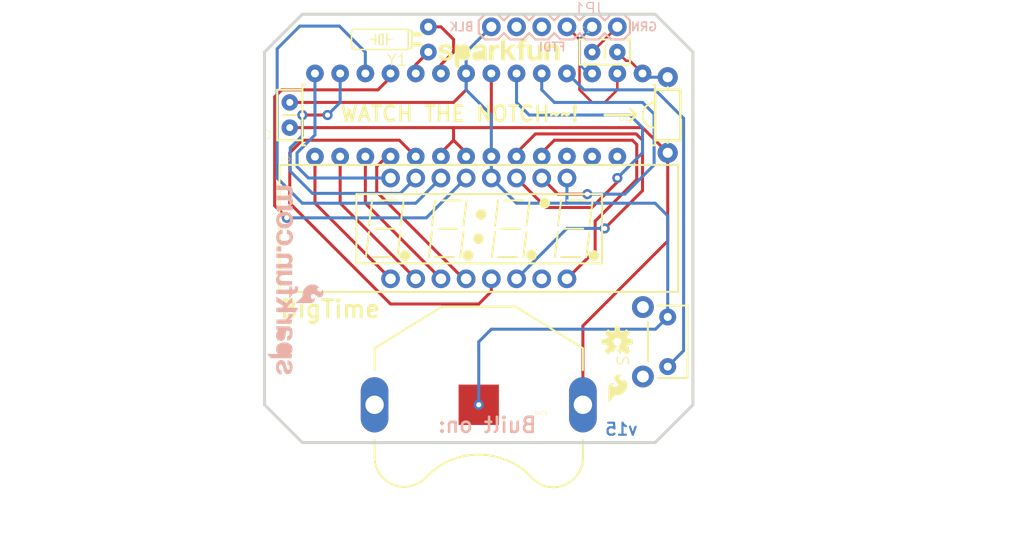
<source format=kicad_pcb>
(kicad_pcb (version 20211014) (generator pcbnew)
  (layers (0 "F.Cu" signal) (1 "In1.Cu" signal) (2 "In2.Cu" signal) (31 "B.Cu" signal) (34 "B.Paste" user) (35 "F.Paste" user) (36 "B.SilkS" user "B.Silkscreen") (37 "F.SilkS" user "F.Silkscreen") (38 "B.Mask" user) (39 "F.Mask" user) (44 "Edge.Cuts" user))
  (net 0 "")
  (net 1 "GND")
  (net 2 "RST")
  (net 3 "VCC")
  (net 4 "AMPM")
  (net 5 "DIG1")
  (net 6 "DIG2")
  (net 7 "DIG3")
  (net 8 "DIG4")
  (net 9 "COL")
  (net 10 "A")
  (net 11 "B")
  (net 12 "C")
  (net 13 "D")
  (net 14 "E")
  (net 15 "F")
  (net 16 "G")
  (net 17 "DP")
  (net 18 "N$3")
  (net 19 "TXO")
  (net 20 "RXI")
  (net 21 "BTN")
  (net 22 "N$1")
  (net 23 "N$2")
  (footprint "boardEagle:SFE-LOGO-FLAME" (layer "F.Cu") (at 161.5821 122.5296)
    (fp_text reference "U$1" hide)
    (fp_text value "LOGO-SFESK" hide)
  )
  (footprint "boardEagle:DIL28-EZ" (layer "F.Cu") (at 148.5011 93.5736 180)
    (fp_text reference "U1" (at -15.24 0 180) (layer "F.SilkS") (effects (font (size 0.54864 0.54864) (thickness 0.06096)) (justify right top)))
    (fp_text value "ATMEGA328P_PDIP_EZ")
    (pad "1" thru_hole circle (at -16.51 4.191 270) (size 1.778 1.778) (drill 0.8) (layers *.Cu) (net 2 "RST"))
    (pad "2" thru_hole circle (at -13.97 4.191 270) (size 1.778 1.778) (drill 0.8) (layers *.Cu) (net 20 "RXI"))
    (pad "3" thru_hole circle (at -11.43 4.191 270) (size 1.778 1.778) (drill 0.8) (layers *.Cu) (net 19 "TXO"))
    (pad "4" thru_hole circle (at -8.89 4.191 270) (size 1.778 1.778) (drill 0.8) (layers *.Cu) (net 21 "BTN"))
    (pad "5" thru_hole circle (at -6.35 4.191 270) (size 1.778 1.778) (drill 0.8) (layers *.Cu) (net 4 "AMPM"))
    (pad "6" thru_hole circle (at -3.81 4.191 270) (size 1.778 1.778) (drill 0.8) (layers *.Cu) (net 15 "F"))
    (pad "7" thru_hole circle (at -1.27 4.191 270) (size 1.778 1.778) (drill 0.8) (layers *.Cu) (net 3 "VCC"))
    (pad "8" thru_hole circle (at 1.27 4.191 270) (size 1.778 1.778) (drill 0.8) (layers *.Cu) (net 1 "GND"))
    (pad "9" thru_hole circle (at 3.81 4.191 270) (size 1.778 1.778) (drill 0.8) (layers *.Cu) (net 23 "N$2"))
    (pad "10" thru_hole circle (at 6.35 4.191 270) (size 1.778 1.778) (drill 0.8) (layers *.Cu) (net 22 "N$1"))
    (pad "11" thru_hole circle (at 8.89 4.191 270) (size 1.778 1.778) (drill 0.8) (layers *.Cu) (net 12 "C"))
    (pad "12" thru_hole circle (at 11.43 4.191 270) (size 1.778 1.778) (drill 0.8) (layers *.Cu) (net 10 "A"))
    (pad "13" thru_hole circle (at 13.97 4.191 270) (size 1.778 1.778) (drill 0.8) (layers *.Cu) (net 16 "G"))
    (pad "14" thru_hole circle (at 16.51 4.191 270) (size 1.778 1.778) (drill 0.8) (layers *.Cu) (net 11 "B"))
    (pad "15" thru_hole circle (at 16.51 -4.191 270) (size 1.778 1.778) (drill 0.8) (layers *.Cu) (net 5 "DIG1"))
    (pad "16" thru_hole circle (at 13.97 -4.191 270) (size 1.778 1.778) (drill 0.8) (layers *.Cu) (net 6 "DIG2"))
    (pad "17" thru_hole circle (at 11.43 -4.191 270) (size 1.778 1.778) (drill 0.8) (layers *.Cu) (net 13 "D"))
    (pad "18" thru_hole circle (at 8.89 -4.191 270) (size 1.778 1.778) (drill 0.8) (layers *.Cu) (net 9 "COL"))
    (pad "19" thru_hole circle (at 6.35 -4.191 270) (size 1.778 1.778) (drill 0.8) (layers *.Cu) (net 14 "E"))
    (pad "20" thru_hole circle (at 3.81 -4.191 270) (size 1.778 1.778) (drill 0.8) (layers *.Cu) (net 3 "VCC"))
    (pad "21" thru_hole circle (at 1.27 -4.191 270) (size 1.778 1.778) (drill 0.8) (layers *.Cu) (net 3 "VCC"))
    (pad "22" thru_hole circle (at -1.27 -4.191 270) (size 1.778 1.778) (drill 0.8) (layers *.Cu) (net 1 "GND"))
    (pad "23" thru_hole circle (at -3.81 -4.191 270) (size 1.778 1.778) (drill 0.8) (layers *.Cu) (net 7 "DIG3"))
    (pad "24" thru_hole circle (at -6.35 -4.191 270) (size 1.778 1.778) (drill 0.8) (layers *.Cu) (net 8 "DIG4"))
    (pad "25" thru_hole circle (at -8.89 -4.191 270) (size 1.778 1.778) (drill 0.8) (layers *.Cu))
    (pad "26" thru_hole circle (at -11.43 -4.191 270) (size 1.778 1.778) (drill 0.8) (layers *.Cu))
    (pad "27" thru_hole circle (at -13.97 -4.191 270) (size 1.778 1.778) (drill 0.8) (layers *.Cu))
  )
  (footprint "" (layer "F.Cu") (at 166.2811 122.7836)
    (fp_text reference "@HOLE1" hide)
    (fp_text value "" (at 0 0) (layer "F.SilkS") (effects (font (size 1.27 1.27))))
    (pad "" np_thru_hole circle (at 0 0) (size 3 3) (drill 3) (layers *.Cu *.Mask))
  )
  (footprint "" (layer "F.Cu") (at 166.2811 87.2236)
    (fp_text reference "@HOLE2" hide)
    (fp_text value "" (at 0 0) (layer "F.SilkS") (effects (font (size 1.27 1.27))))
    (pad "" np_thru_hole circle (at 0 0) (size 3 3) (drill 3) (layers *.Cu *.Mask))
  )
  (footprint "" (layer "F.Cu") (at 130.7211 122.7836)
    (fp_text reference "@HOLE3" hide)
    (fp_text value "" (at 0 0) (layer "F.SilkS") (effects (font (size 1.27 1.27))))
    (pad "" np_thru_hole circle (at 0 0) (size 3 3) (drill 3) (layers *.Cu *.Mask))
  )
  (footprint "boardEagle:CAP-PTH-SMALLEZ" (layer "F.Cu") (at 129.4511 94.8436 90)
    (fp_text reference "C2" (at -1.27 -1.905 90) (layer "F.SilkS") (effects (font (size 0.560832 0.560832) (thickness 0.048768)) (justify left bottom)))
    (fp_text value "100nF")
    (pad "1" thru_hole circle (at 0 0 90) (size 1.651 1.651) (drill 0.7) (layers *.Cu) (net 3 "VCC"))
    (pad "2" thru_hole circle (at 2.54 0 90) (size 1.651 1.651) (drill 0.7) (layers *.Cu) (net 1 "GND"))
  )
  (footprint "boardEagle:TC26HEZ" (layer "F.Cu") (at 143.4211 85.9536 90)
    (fp_text reference "Y1" (at -1.397 -2.032 180) (layer "F.SilkS") (effects (font (size 1.143 1.143) (thickness 0.127)) (justify right top)))
    (fp_text value "32.768kHz")
    (pad "1" thru_hole circle (at -1.27 0 90) (size 1.6764 1.6764) (drill 0.8128) (layers *.Cu) (net 22 "N$1"))
    (pad "2" thru_hole circle (at 1.27 0 90) (size 1.6764 1.6764) (drill 0.8128) (layers *.Cu) (net 23 "N$2"))
  )
  (footprint "boardEagle:SFE-NEW-WEB" (layer "F.Cu") (at 144.4371 89.0016)
    (fp_text reference "U$5" hide)
    (fp_text value "LOGO-SFENW2" hide)
  )
  (footprint "" (layer "F.Cu") (at 130.7211 87.2236)
    (fp_text reference "@HOLE0" hide)
    (fp_text value "" (at 0 0) (layer "F.SilkS") (effects (font (size 1.27 1.27))))
    (pad "" np_thru_hole circle (at 0 0) (size 3 3) (drill 3) (layers *.Cu *.Mask))
  )
  (footprint "boardEagle:AXIAL-0.3-KIT" (layer "F.Cu") (at 167.5511 93.5736 -90)
    (fp_text reference "R1" (at -2.54 -1.27 90) (layer "F.SilkS") (effects (font (size 0.376489 0.376489) (thickness 0.029911)) (justify right)))
    (fp_text value "100k" hide)
    (pad "P$1" thru_hole circle (at -3.81 0 270) (size 2.032 2.032) (drill 1.016) (layers *.Cu) (net 2 "RST"))
    (pad "P$2" thru_hole circle (at 3.81 0 270) (size 2.032 2.032) (drill 1.016) (layers *.Cu) (net 3 "VCC"))
  )
  (footprint "boardEagle:CAP-PTH-SMALLEZ" (layer "F.Cu") (at 159.9311 87.2236)
    (fp_text reference "C1" (at -1.27 -1.905) (layer "F.SilkS") (effects (font (size 0.560832 0.560832) (thickness 0.048768)) (justify left bottom)))
    (fp_text value "100nF")
    (pad "1" thru_hole circle (at 0 0) (size 1.651 1.651) (drill 0.7) (layers *.Cu) (net 18 "N$3"))
    (pad "2" thru_hole circle (at 2.54 0) (size 1.651 1.651) (drill 0.7) (layers *.Cu) (net 2 "RST"))
  )
  (footprint "boardEagle:OSHW-LOGO-S" (layer "F.Cu") (at 162.4711 116.4336)
    (fp_text reference "U$4" hide)
    (fp_text value "OSHW-LOGOS" hide)
  )
  (footprint "boardEagle:BATTERY_20MM_PTH_COMPACT" (layer "F.Cu") (at 148.5011 122.7836 180)
    (fp_text reference "BAT0" (at -6.985 -0.635 180) (layer "F.SilkS") (effects (font (size 0.373888 0.373888) (thickness 0.032512)) (justify right top)))
    (fp_text value "")
    (pad "1" thru_hole oval (at -10.5 0 270) (size 5.5626 2.7813) (drill 1.8542) (layers *.Cu *.Mask) (net 3 "VCC"))
    (pad "2" smd rect (at 0 0 180) (size 4.064 4.064) (layers "F.Cu" "F.Paste" "F.Mask") (net 1 "GND"))
    (pad "3" thru_hole oval (at 10.5 0 270) (size 5.5626 2.7813) (drill 1.8542) (layers *.Cu *.Mask))
  )
  (footprint "boardEagle:CREATIVE_COMMONS" (layer "F.Cu") (at 120.5611 136.7536)
    (fp_text reference "U$2" hide)
    (fp_text value "CREATIVE_COMMONS" hide)
  )
  (footprint "boardEagle:7-SEGMENT-4DIGIT-YOUNGSUN-KIT" (layer "F.Cu") (at 148.5011 105.0036)
    (fp_text reference "LED1" (at -20 -6.746) (layer "F.SilkS") (effects (font (size 0.373888 0.373888) (thickness 0.032512)) (justify left bottom)))
    (fp_text value "7-SEGMENT-4DIGIT-YOUNGSUNKIT")
    (pad "1" thru_hole circle (at -8.89 5.08) (size 1.8796 1.8796) (drill 1.0668) (layers *.Cu) (net 5 "DIG1"))
    (pad "2" thru_hole circle (at -6.35 5.08) (size 1.8796 1.8796) (drill 1.0668) (layers *.Cu) (net 6 "DIG2"))
    (pad "3" thru_hole circle (at -3.81 5.08) (size 1.8796 1.8796) (drill 1.0668) (layers *.Cu) (net 13 "D"))
    (pad "4" thru_hole circle (at -1.27 5.08) (size 1.8796 1.8796) (drill 1.0668) (layers *.Cu) (net 9 "COL"))
    (pad "5" thru_hole circle (at 1.27 5.08) (size 1.8796 1.8796) (drill 1.0668) (layers *.Cu) (net 14 "E"))
    (pad "6" thru_hole circle (at 3.81 5.08) (size 1.8796 1.8796) (drill 1.0668) (layers *.Cu) (net 7 "DIG3"))
    (pad "7" thru_hole circle (at 6.35 5.08) (size 1.8796 1.8796) (drill 1.0668) (layers *.Cu) (net 17 "DP"))
    (pad "8" thru_hole circle (at 8.89 5.08) (size 1.8796 1.8796) (drill 1.0668) (layers *.Cu) (net 8 "DIG4"))
    (pad "9" thru_hole circle (at 8.89 -5.08) (size 1.8796 1.8796) (drill 1.0668) (layers *.Cu) (net 1 "GND"))
    (pad "10" thru_hole circle (at 6.35 -5.08) (size 1.8796 1.8796) (drill 1.0668) (layers *.Cu) (net 4 "AMPM"))
    (pad "11" thru_hole circle (at 3.81 -5.08) (size 1.8796 1.8796) (drill 1.0668) (layers *.Cu) (net 15 "F"))
    (pad "12" thru_hole circle (at 1.27 -5.08) (size 1.8796 1.8796) (drill 1.0668) (layers *.Cu) (net 1 "GND"))
    (pad "13" thru_hole circle (at -1.27 -5.08) (size 1.8796 1.8796) (drill 1.0668) (layers *.Cu) (net 12 "C"))
    (pad "14" thru_hole circle (at -3.81 -5.08) (size 1.8796 1.8796) (drill 1.0668) (layers *.Cu) (net 10 "A"))
    (pad "15" thru_hole circle (at -6.35 -5.08) (size 1.8796 1.8796) (drill 1.0668) (layers *.Cu) (net 16 "G"))
    (pad "16" thru_hole circle (at -8.89 -5.08) (size 1.8796 1.8796) (drill 1.0668) (layers *.Cu) (net 11 "B"))
  )
  (footprint "boardEagle:TACTILE-PTH-SIDEEZ" (layer "F.Cu") (at 167.5511 116.4336 90)
    (fp_text reference "S1" (at -2.54 -3.81 90) (layer "F.SilkS") (effects (font (size 1.143 1.143) (thickness 0.127)) (justify left bottom)))
    (fp_text value "BUTTON" hide)
    (pad "1" thru_hole circle (at -2.5 0 90) (size 1.7 1.7) (drill 0.8) (layers *.Cu) (net 21 "BTN"))
    (pad "2" thru_hole circle (at 2.5 0 90) (size 1.7 1.7) (drill 0.8) (layers *.Cu) (net 1 "GND"))
    (pad "ANCHOR1" thru_hole circle (at -3.5 -2.5 90) (size 2.2 2.2) (drill 1.2) (layers *.Cu))
    (pad "ANCHOR2" thru_hole circle (at 3.5 -2.5 90) (size 2.2 2.2) (drill 1.2) (layers *.Cu))
  )
  (footprint "boardEagle:SFE-NEW-WEBLOGO" (layer "B.Cu") (at 127.1651 119.7356 90)
    (fp_text reference "U$3" hide)
    (fp_text value "LOGO-SFENEW" hide)
  )
  (footprint "boardEagle:FTDI_BASIC" (layer "B.Cu") (at 162.4711 84.6836 180)
    (fp_text reference "JP1" (at 1.1938 1.8288) (layer "B.SilkS") (effects (font (size 1.1557 1.1557) (thickness 0.1143)) (justify left mirror)))
    (fp_text value "FTDI_BASICPTH")
    (pad "CTS" thru_hole circle (at 10.16 0 90) (size 1.8796 1.8796) (drill 1.016) (layers *.Cu *.Mask))
    (pad "DTR" thru_hole circle (at 0 0 90) (size 1.8796 1.8796) (drill 1.016) (layers *.Cu *.Mask) (net 18 "N$3"))
    (pad "GND" thru_hole circle (at 12.7 0 90) (size 1.8796 1.8796) (drill 1.016) (layers *.Cu *.Mask) (net 1 "GND"))
    (pad "RXI" thru_hole circle (at 2.54 0 90) (size 1.8796 1.8796) (drill 1.016) (layers *.Cu *.Mask) (net 19 "TXO"))
    (pad "TXO" thru_hole circle (at 5.08 0 90) (size 1.8796 1.8796) (drill 1.016) (layers *.Cu *.Mask) (net 20 "RXI"))
    (pad "VCC" thru_hole circle (at 7.62 0 90) (size 1.8796 1.8796) (drill 1.016) (layers *.Cu *.Mask))
  )
  (gr_line (start 161.2011 93.5736) (end 164.3761 93.5736) (layer "F.SilkS") (width 0.254))
  (gr_line (start 164.3761 93.5736) (end 163.7411 94.2086) (layer "F.SilkS") (width 0.254))
  (gr_line (start 164.3761 93.5736) (end 163.7411 92.9386) (layer "F.SilkS") (width 0.254))
  (gr_line (start 126.9111 122.7836) (end 130.7211 126.5936) (layer "Edge.Cuts") (width 0.3048))
  (gr_line (start 126.9111 87.2236) (end 126.9111 122.7836) (layer "Edge.Cuts") (width 0.3048))
  (gr_line (start 170.0911 87.2236) (end 166.2811 83.4136) (layer "Edge.Cuts") (width 0.3048))
  (gr_line (start 130.7211 126.5936) (end 166.2811 126.5936) (layer "Edge.Cuts") (width 0.3048))
  (gr_line (start 166.2811 126.5936) (end 170.0911 122.7836) (layer "Edge.Cuts") (width 0.3048))
  (gr_line (start 126.9111 87.2236) (end 130.7211 83.4136) (layer "Edge.Cuts") (width 0.3048))
  (gr_line (start 170.0911 122.7836) (end 170.0911 87.2236) (layer "Edge.Cuts") (width 0.3048))
  (gr_line (start 166.2811 83.4136) (end 130.7211 83.4136) (layer "Edge.Cuts") (width 0.3048))
  (gr_text "v15" (at 164.6301 125.9586) (layer "B.Cu") (effects (font (size 1.20904 1.20904) (thickness 0.21336)) (justify left bottom mirror)))
  (gr_text "Built on:" (at 154.4701 125.7046) (layer "B.SilkS") (effects (font (size 1.5113 1.5113) (thickness 0.2667)) (justify left bottom mirror)))
  (gr_text "FTDI" (at 154.4701 86.2076) (layer "B.SilkS") (effects (font (size 0.8636 0.8636) (thickness 0.1524)) (justify right top mirror)))
  (gr_text "GRN" (at 163.7411 84.1756) (layer "B.SilkS") (effects (font (size 0.8636 0.8636) (thickness 0.1524)) (justify right top mirror)))
  (gr_text "BLK" (at 145.4531 84.1756) (layer "B.SilkS") (effects (font (size 0.8636 0.8636) (thickness 0.1524)) (justify right top mirror)))
  (gr_text "WATCH THE NOTCH~~!" (at 134.4041 94.3356) (layer "F.SilkS") (effects (font (size 1.5113 1.5113) (thickness 0.2667)) (justify left bottom)))
  (gr_text "BigTime" (at 128.3081 114.1476) (layer "F.SilkS") (effects (font (size 1.7272 1.7272) (thickness 0.3048)) (justify left bottom)))
  (segment (start 147.2311 89.3826) (end 147.2311 91.0336) (width 0.3048) (layer "F.Cu") (net 1))
  (segment (start 129.4511 92.3036) (end 145.9611 92.3036) (width 0.3048) (layer "F.Cu") (net 1))
  (segment (start 145.9611 92.3036) (end 147.2311 91.0336) (width 0.3048) (layer "F.Cu") (net 1))
  (via (at 148.5011 122.7836) (size 1.016) (drill 0.508) (layers "F.Cu" "B.Cu") (net 1))
  (segment (start 167.5511 113.9336) (end 167.5511 103.7336) (width 0.3048) (layer "B.Cu") (net 1))
  (segment (start 147.2311 89.3826) (end 147.2311 87.2236) (width 0.3048) (layer "B.Cu") (net 1))
  (segment (start 149.7711 93.5736) (end 147.2311 91.0336) (width 0.3048) (layer "B.Cu") (net 1))
  (segment (start 149.7711 99.9236) (end 149.7711 97.7646) (width 0.3048) (layer "B.Cu") (net 1))
  (segment (start 149.7711 115.1636) (end 166.3211 115.1636) (width 0.3048) (layer "B.Cu") (net 1))
  (segment (start 147.2311 91.0336) (end 147.2311 89.3826) (width 0.3048) (layer "B.Cu") (net 1))
  (segment (start 166.3211 115.1636) (end 167.5511 113.9336) (width 0.3048) (layer "B.Cu") (net 1))
  (segment (start 157.3911 102.4636) (end 157.3911 99.9236) (width 0.3048) (layer "B.Cu") (net 1))
  (segment (start 157.3911 102.4636) (end 152.3111 102.4636) (width 0.3048) (layer "B.Cu") (net 1))
  (segment (start 167.5511 103.7336) (end 166.2811 102.4636) (width 0.3048) (layer "B.Cu") (net 1))
  (segment (start 148.5011 116.4336) (end 149.7711 115.1636) (width 0.3048) (layer "B.Cu") (net 1))
  (segment (start 148.5011 122.7836) (end 148.5011 116.4336) (width 0.3048) (layer "B.Cu") (net 1))
  (segment (start 166.2811 102.4636) (end 157.3911 102.4636) (width 0.3048) (layer "B.Cu") (net 1))
  (segment (start 147.2311 87.2236) (end 149.7711 84.6836) (width 0.3048) (layer "B.Cu") (net 1))
  (segment (start 152.3111 102.4636) (end 149.7711 99.9236) (width 0.3048) (layer "B.Cu") (net 1))
  (segment (start 149.7711 97.7646) (end 149.7711 93.5736) (width 0.3048) (layer "B.Cu") (net 1))
  (segment (start 163.7411 88.1126) (end 163.3601 88.1126) (width 0.254) (layer "F.Cu") (net 2))
  (segment (start 165.0111 89.3826) (end 163.7411 88.1126) (width 0.254) (layer "F.Cu") (net 2))
  (segment (start 163.3601 88.1126) (end 162.4711 87.2236) (width 0.254) (layer "F.Cu") (net 2))
  (segment (start 165.3921 89.7636) (end 167.5511 89.7636) (width 0.3048) (layer "B.Cu") (net 2))
  (segment (start 165.3921 89.7636) (end 165.0111 89.3826) (width 0.3048) (layer "B.Cu") (net 2))
  (segment (start 149.7711 94.8436) (end 165.0111 94.8436) (width 0.3048) (layer "F.Cu") (net 3))
  (segment (start 144.6911 97.7646) (end 144.6911 97.3836) (width 0.3048) (layer "F.Cu") (net 3))
  (segment (start 147.2311 97.3836) (end 145.9611 96.1136) (width 0.3048) (layer "F.Cu") (net 3))
  (segment (start 147.2311 97.7646) (end 147.2311 97.3836) (width 0.3048) (layer "F.Cu") (net 3))
  (segment (start 167.5511 97.3836) (end 167.5511 106.2736) (width 0.3048) (layer "F.Cu") (net 3))
  (segment (start 129.4511 94.8436) (end 145.9611 94.8436) (width 0.3048) (layer "F.Cu") (net 3))
  (segment (start 165.0111 94.8436) (end 167.5511 97.3836) (width 0.3048) (layer "F.Cu") (net 3))
  (segment (start 167.5511 106.2736) (end 159.0011 114.8236) (width 0.3048) (layer "F.Cu") (net 3))
  (segment (start 159.0011 122.7836) (end 159.0011 114.8236) (width 0.3048) (layer "F.Cu") (net 3))
  (segment (start 144.6911 97.3836) (end 145.9611 96.1136) (width 0.3048) (layer "F.Cu") (net 3))
  (segment (start 145.9611 94.8436) (end 149.7711 94.8436) (width 0.3048) (layer "F.Cu") (net 3))
  (segment (start 149.7711 89.3826) (end 149.7711 94.8436) (width 0.3048) (layer "F.Cu") (net 3))
  (segment (start 145.9611 94.8436) (end 145.9611 96.1136) (width 0.3048) (layer "F.Cu") (net 3))
  (segment (start 156.4767 101.5492) (end 154.8511 99.9236) (width 0.3048) (layer "F.Cu") (net 4))
  (segment (start 156.4767 101.5492) (end 159.4485 101.5492) (width 0.3048) (layer "F.Cu") (net 4))
  (via (at 159.4485 101.5492) (size 1.016) (drill 0.508) (layers "F.Cu" "B.Cu") (net 4))
  (segment (start 159.4485 101.5492) (end 163.2331 101.5492) (width 0.3048) (layer "B.Cu") (net 4))
  (segment (start 166.1795 93.472) (end 165.0111 92.3036) (width 0.3048) (layer "B.Cu") (net 4))
  (segment (start 154.8511 89.3826) (end 154.8511 91.0336) (width 0.3048) (layer "B.Cu") (net 4))
  (segment (start 163.2331 101.5492) (end 166.1795 98.6028) (width 0.3048) (layer "B.Cu") (net 4))
  (segment (start 154.8511 91.0336) (end 156.1211 92.3036) (width 0.3048) (layer "B.Cu") (net 4))
  (segment (start 166.1795 98.6028) (end 166.1795 93.472) (width 0.3048) (layer "B.Cu") (net 4))
  (segment (start 165.0111 92.3036) (end 156.1211 92.3036) (width 0.3048) (layer "B.Cu") (net 4))
  (segment (start 139.6111 110.0836) (end 131.9911 102.4636) (width 0.3048) (layer "F.Cu") (net 5))
  (segment (start 131.9911 97.7646) (end 131.9911 102.4636) (width 0.3048) (layer "F.Cu") (net 5))
  (segment (start 134.5311 97.7646) (end 134.5311 102.4636) (width 0.3048) (layer "F.Cu") (net 6))
  (segment (start 142.1511 110.0836) (end 134.5311 102.4636) (width 0.3048) (layer "F.Cu") (net 6))
  (segment (start 164.3761 95.4786) (end 154.2161 95.4786) (width 0.3048) (layer "F.Cu") (net 7))
  (segment (start 152.3111 97.7646) (end 152.3111 97.3836) (width 0.254) (layer "F.Cu") (net 7))
  (segment (start 165.0111 96.1136) (end 164.3761 95.4786) (width 0.3048) (layer "F.Cu") (net 7))
  (segment (start 152.3111 97.3836) (end 154.2161 95.4786) (width 0.3048) (layer "F.Cu") (net 7))
  (segment (start 165.0111 101.1936) (end 165.0111 96.1136) (width 0.3048) (layer "F.Cu") (net 7))
  (segment (start 161.2011 105.0036) (end 165.0111 101.1936) (width 0.3048) (layer "F.Cu") (net 7))
  (via (at 161.2011 105.0036) (size 1.016) (drill 0.508) (layers "F.Cu" "B.Cu") (net 7))
  (segment (start 157.3911 105.0036) (end 161.2011 105.0036) (width 0.3048) (layer "B.Cu") (net 7))
  (segment (start 152.3111 110.0836) (end 157.3911 105.0036) (width 0.3048) (layer "B.Cu") (net 7))
  (segment (start 160.2359 104.267) (end 164.4269 100.076) (width 0.3048) (layer "F.Cu") (net 8))
  (segment (start 163.9951 96.1136) (end 156.1211 96.1136) (width 0.3048) (layer "F.Cu") (net 8))
  (segment (start 154.8511 97.7646) (end 154.8511 97.3836) (width 0.254) (layer "F.Cu") (net 8))
  (segment (start 160.2359 107.2388) (end 160.2359 104.267) (width 0.3048) (layer "F.Cu") (net 8))
  (segment (start 164.4269 96.5454) (end 163.9951 96.1136) (width 0.3048) (layer "F.Cu") (net 8))
  (segment (start 157.3911 110.0836) (end 160.2359 107.2388) (width 0.3048) (layer "F.Cu") (net 8))
  (segment (start 154.8511 97.3836) (end 156.1211 96.1136) (width 0.3048) (layer "F.Cu") (net 8))
  (segment (start 164.4269 100.076) (end 164.4269 96.5454) (width 0.3048) (layer "F.Cu") (net 8))
  (segment (start 139.6111 97.7646) (end 139.2301 97.7646) (width 0.3048) (layer "F.Cu") (net 9))
  (segment (start 139.2301 97.7646) (end 138.2141 98.7806) (width 0.3048) (layer "F.Cu") (net 9))
  (segment (start 138.2141 101.3206) (end 138.2141 98.7806) (width 0.3048) (layer "F.Cu") (net 9))
  (segment (start 146.9771 110.0836) (end 138.2141 101.3206) (width 0.3048) (layer "F.Cu") (net 9))
  (segment (start 146.9771 110.0836) (end 147.2311 110.0836) (width 0.3048) (layer "F.Cu") (net 9))
  (segment (start 142.1511 102.4636) (end 144.6911 99.9236) (width 0.3048) (layer "B.Cu") (net 10))
  (segment (start 130.7211 102.4636) (end 142.1511 102.4636) (width 0.3048) (layer "B.Cu") (net 10))
  (segment (start 130.4671 84.6074) (end 134.4549 84.6074) (width 0.3048) (layer "B.Cu") (net 10))
  (segment (start 128.1811 99.9236) (end 130.7211 102.4636) (width 0.3048) (layer "B.Cu") (net 10))
  (segment (start 137.0711 89.3826) (end 137.0711 87.2236) (width 0.3048) (layer "B.Cu") (net 10))
  (segment (start 128.1811 86.8934) (end 130.4671 84.6074) (width 0.3048) (layer "B.Cu") (net 10))
  (segment (start 137.0711 87.2236) (end 134.4549 84.6074) (width 0.3048) (layer "B.Cu") (net 10))
  (segment (start 128.1811 99.9236) (end 128.1811 86.8934) (width 0.3048) (layer "B.Cu") (net 10))
  (segment (start 130.1877 98.7806) (end 130.1877 97.3836) (width 0.3048) (layer "B.Cu") (net 11))
  (segment (start 131.3307 99.9236) (end 139.6111 99.9236) (width 0.3048) (layer "B.Cu") (net 11))
  (segment (start 130.1877 98.7806) (end 131.3307 99.9236) (width 0.3048) (layer "B.Cu") (net 11))
  (segment (start 130.1877 97.3836) (end 131.9911 95.5802) (width 0.3048) (layer "B.Cu") (net 11))
  (segment (start 131.9911 89.3826) (end 131.9911 95.5802) (width 0.3048) (layer "B.Cu") (net 11))
  (segment (start 127.9271 91.7448) (end 128.6383 91.0336) (width 0.3048) (layer "F.Cu") (net 12))
  (segment (start 139.6111 89.3826) (end 139.6111 89.7636) (width 0.3048) (layer "F.Cu") (net 12))
  (segment (start 129.1463 103.9368) (end 127.9271 102.7176) (width 0.3048) (layer "F.Cu") (net 12))
  (segment (start 127.9271 102.7176) (end 127.9271 91.7448) (width 0.3048) (layer "F.Cu") (net 12))
  (segment (start 138.3411 91.0336) (end 139.6111 89.7636) (width 0.3048) (layer "F.Cu") (net 12))
  (segment (start 128.6383 91.0336) (end 138.3411 91.0336) (width 0.3048) (layer "F.Cu") (net 12))
  (via (at 129.1463 103.9368) (size 1.016) (drill 0.508) (layers "F.Cu" "B.Cu") (net 12))
  (segment (start 129.1463 103.9368) (end 143.2179 103.9368) (width 0.3048) (layer "B.Cu") (net 12))
  (segment (start 143.2179 103.9368) (end 147.2311 99.9236) (width 0.3048) (layer "B.Cu") (net 12))
  (segment (start 144.6911 110.0836) (end 137.0711 102.4636) (width 0.3048) (layer "F.Cu") (net 13))
  (segment (start 137.0711 97.7646) (end 137.0711 102.4636) (width 0.3048) (layer "F.Cu") (net 13))
  (segment (start 142.1511 97.7646) (end 140.5001 96.1136) (width 0.3048) (layer "F.Cu") (net 14))
  (segment (start 129.4511 97.3836) (end 130.7211 96.1136) (width 0.3048) (layer "F.Cu") (net 14))
  (segment (start 149.7711 111.3536) (end 149.7711 110.0836) (width 0.3048) (layer "F.Cu") (net 14))
  (segment (start 129.4511 102.4636) (end 129.4511 97.3836) (width 0.3048) (layer "F.Cu") (net 14))
  (segment (start 148.5011 112.6236) (end 149.7711 111.3536) (width 0.3048) (layer "F.Cu") (net 14))
  (segment (start 129.4511 102.4636) (end 139.6111 112.6236) (width 0.3048) (layer "F.Cu") (net 14))
  (segment (start 130.7211 96.1136) (end 140.5001 96.1136) (width 0.3048) (layer "F.Cu") (net 14))
  (segment (start 139.6111 112.6236) (end 148.5011 112.6236) (width 0.3048) (layer "F.Cu") (net 14))
  (segment (start 159.9057 102.8954) (end 162.4711 100.33) (width 0.3048) (layer "F.Cu") (net 15))
  (segment (start 162.4711 100.33) (end 162.4711 99.9236) (width 0.3048) (layer "F.Cu") (net 15))
  (segment (start 152.3111 99.9236) (end 155.2829 102.8954) (width 0.3048) (layer "F.Cu") (net 15))
  (segment (start 155.2829 102.8954) (end 159.9057 102.8954) (width 0.3048) (layer "F.Cu") (net 15))
  (via (at 162.4711 99.9236) (size 1.016) (drill 0.508) (layers "F.Cu" "B.Cu") (net 15))
  (segment (start 163.7411 93.5736) (end 153.5811 93.5736) (width 0.3048) (layer "B.Cu") (net 15))
  (segment (start 165.0111 97.3836) (end 165.0111 94.8436) (width 0.3048) (layer "B.Cu") (net 15))
  (segment (start 152.3111 89.3826) (end 152.3111 92.3036) (width 0.3048) (layer "B.Cu") (net 15))
  (segment (start 152.3111 92.3036) (end 153.5811 93.5736) (width 0.3048) (layer "B.Cu") (net 15))
  (segment (start 165.0111 94.8436) (end 163.7411 93.5736) (width 0.3048) (layer "B.Cu") (net 15))
  (segment (start 162.4711 99.9236) (end 165.0111 97.3836) (width 0.3048) (layer "B.Cu") (net 15))
  (segment (start 130.7211 93.5736) (end 133.2611 93.5736) (width 0.3048) (layer "F.Cu") (net 16))
  (via (at 130.7211 93.5736) (size 1.016) (drill 0.508) (layers "F.Cu" "B.Cu") (net 16))
  (via (at 133.2611 93.5736) (size 1.016) (drill 0.508) (layers "F.Cu" "B.Cu") (net 16))
  (segment (start 131.7371 101.473) (end 140.6017 101.473) (width 0.3048) (layer "B.Cu") (net 16))
  (segment (start 133.2611 93.5736) (end 134.5311 92.3036) (width 0.3048) (layer "B.Cu") (net 16))
  (segment (start 130.7211 95.6564) (end 130.7211 93.5736) (width 0.3048) (layer "B.Cu") (net 16))
  (segment (start 140.6017 101.473) (end 142.1511 99.9236) (width 0.3048) (layer "B.Cu") (net 16))
  (segment (start 134.5311 89.3826) (end 134.5311 92.3036) (width 0.3048) (layer "B.Cu") (net 16))
  (segment (start 129.5019 96.8756) (end 130.7211 95.6564) (width 0.3048) (layer "B.Cu") (net 16))
  (segment (start 129.5019 99.2378) (end 129.5019 96.8756) (width 0.3048) (layer "B.Cu") (net 16))
  (segment (start 131.7371 101.473) (end 129.5019 99.2378) (width 0.3048) (layer "B.Cu") (net 16))
  (segment (start 162.4711 84.6836) (end 159.9311 87.2236) (width 0.254) (layer "F.Cu") (net 18))
  (segment (start 159.9311 84.6836) (end 158.6611 85.9536) (width 0.254) (layer "B.Cu") (net 19))
  (segment (start 159.5501 89.3826) (end 158.6611 88.4936) (width 0.254) (layer "B.Cu") (net 19))
  (segment (start 159.9311 89.3826) (end 159.5501 89.3826) (width 0.254) (layer "B.Cu") (net 19))
  (segment (start 158.6611 85.9536) (end 158.6611 88.4936) (width 0.254) (layer "B.Cu") (net 19))
  (segment (start 159.9311 92.3036) (end 158.6611 91.0336) (width 0.254) (layer "F.Cu") (net 20))
  (segment (start 158.6611 85.9536) (end 157.3911 84.6836) (width 0.254) (layer "F.Cu") (net 20))
  (segment (start 162.4711 89.3826) (end 162.4711 91.0336) (width 0.254) (layer "F.Cu") (net 20))
  (segment (start 162.4711 91.0336) (end 161.2011 92.3036) (width 0.254) (layer "F.Cu") (net 20))
  (segment (start 158.6611 91.0336) (end 158.6611 85.9536) (width 0.254) (layer "F.Cu") (net 20))
  (segment (start 161.2011 92.3036) (end 159.9311 92.3036) (width 0.254) (layer "F.Cu") (net 20))
  (segment (start 167.5511 118.9336) (end 169.1513 117.3334) (width 0.3048) (layer "B.Cu") (net 21))
  (segment (start 169.1513 117.3334) (end 169.1513 93.9038) (width 0.3048) (layer "B.Cu") (net 21))
  (segment (start 157.3911 89.3826) (end 157.4546 89.3826) (width 0.3048) (layer "B.Cu") (net 21))
  (segment (start 157.4546 89.3826) (end 159.1056 91.0336) (width 0.3048) (layer "B.Cu") (net 21))
  (segment (start 166.2811 91.0336) (end 159.1056 91.0336) (width 0.3048) (layer "B.Cu") (net 21))
  (segment (start 169.1513 93.9038) (end 166.2811 91.0336) (width 0.3048) (layer "B.Cu") (net 21))
  (segment (start 142.1511 88.4936) (end 142.1511 89.3826) (width 0.3048) (layer "F.Cu") (net 22))
  (segment (start 142.1511 88.4936) (end 143.4211 87.2236) (width 0.3048) (layer "F.Cu") (net 22))
  (segment (start 145.9611 85.9536) (end 144.6911 84.6836) (width 0.3048) (layer "F.Cu") (net 23))
  (segment (start 145.9611 87.2236) (end 145.9611 85.9536) (width 0.3048) (layer "F.Cu") (net 23))
  (segment (start 144.6911 89.3826) (end 144.6911 88.4936) (width 0.3048) (layer "F.Cu") (net 23))
  (segment (start 143.4211 84.6836) (end 144.6911 84.6836) (width 0.3048) (layer "F.Cu") (net 23))
  (segment (start 144.6911 88.4936) (end 145.9611 87.2236) (width 0.3048) (layer "F.Cu") (net 23))
)
</source>
